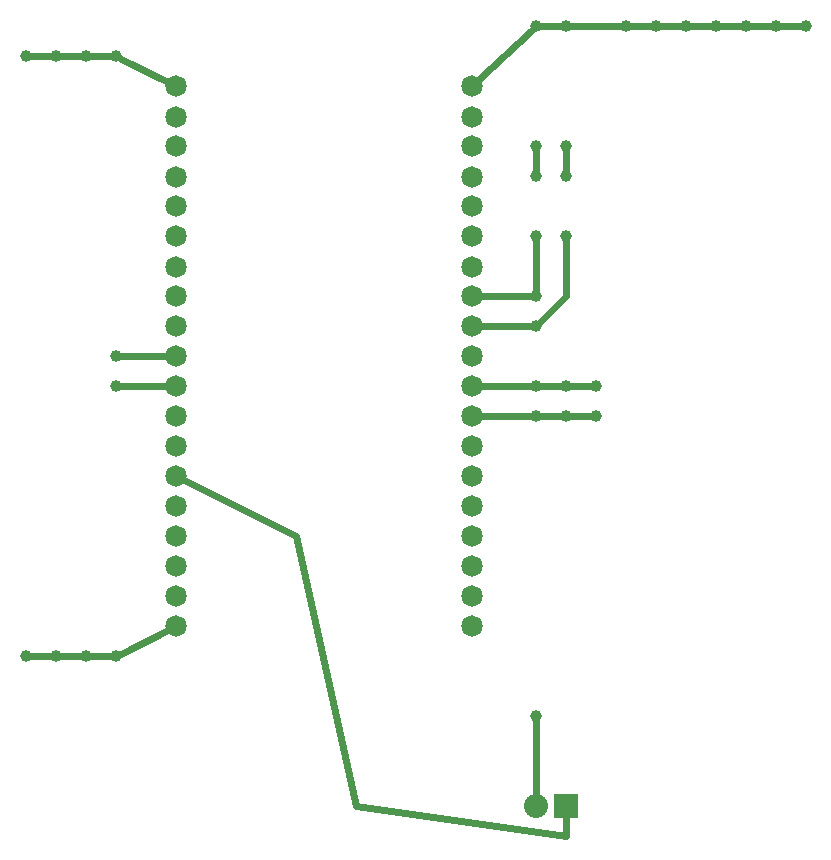
<source format=gbl>
G04 MADE WITH FRITZING*
G04 WWW.FRITZING.ORG*
G04 DOUBLE SIDED*
G04 HOLES PLATED*
G04 CONTOUR ON CENTER OF CONTOUR VECTOR*
%ASAXBY*%
%FSLAX23Y23*%
%MOIN*%
%OFA0B0*%
%SFA1.0B1.0*%
%ADD10C,0.071828*%
%ADD11C,0.080000*%
%ADD12C,0.039370*%
%ADD13R,0.080000X0.080000*%
%ADD14C,0.024000*%
%LNCOPPER0*%
G90*
G70*
G54D10*
X724Y2637D03*
X724Y2536D03*
X724Y2437D03*
X724Y2336D03*
X724Y2237D03*
X724Y2137D03*
X724Y2036D03*
X724Y1937D03*
X724Y1837D03*
X724Y1737D03*
X724Y1637D03*
X724Y1537D03*
X724Y1437D03*
X724Y1337D03*
X724Y1238D03*
X724Y1137D03*
X724Y1038D03*
X724Y938D03*
X724Y837D03*
X1710Y837D03*
X1710Y938D03*
X1710Y1038D03*
X1710Y1137D03*
X1710Y1238D03*
X1710Y1337D03*
X1710Y1437D03*
X1710Y1537D03*
X1710Y1637D03*
X1710Y1737D03*
X1710Y1837D03*
X1710Y1937D03*
X1710Y2036D03*
X1710Y2137D03*
X1710Y2237D03*
X1710Y2336D03*
X1710Y2437D03*
X1710Y2536D03*
X1710Y2637D03*
G54D11*
X2024Y238D03*
X1924Y238D03*
G54D12*
X1924Y1538D03*
X2024Y1538D03*
X2124Y1538D03*
X1924Y1638D03*
X2024Y1638D03*
X2124Y1638D03*
X1924Y1838D03*
X1924Y1938D03*
X1924Y2138D03*
X1924Y2338D03*
X1924Y2438D03*
X1924Y2838D03*
X2024Y2138D03*
X2024Y2338D03*
X2024Y2438D03*
X2024Y2838D03*
X524Y1738D03*
X524Y1638D03*
X524Y2738D03*
X424Y2738D03*
X324Y2738D03*
X524Y738D03*
X424Y738D03*
X324Y738D03*
X2224Y2838D03*
X2324Y2838D03*
X2424Y2838D03*
X2524Y2838D03*
X2624Y2838D03*
X2724Y2838D03*
X2824Y2838D03*
X224Y2738D03*
X224Y738D03*
X1924Y538D03*
G54D13*
X2024Y238D03*
G54D14*
X2024Y138D02*
X2024Y206D01*
D02*
X1324Y238D02*
X2024Y138D01*
D02*
X1124Y1138D02*
X1324Y238D01*
D02*
X751Y1323D02*
X1124Y1138D01*
D02*
X1905Y1638D02*
X1740Y1637D01*
D02*
X2005Y1638D02*
X1943Y1638D01*
D02*
X2105Y1638D02*
X2043Y1638D01*
D02*
X1905Y1538D02*
X1740Y1537D01*
D02*
X2043Y1538D02*
X2105Y1538D01*
D02*
X1943Y1538D02*
X2005Y1538D01*
D02*
X1910Y2825D02*
X1732Y2657D01*
D02*
X2005Y2838D02*
X1943Y2838D01*
D02*
X1905Y1938D02*
X1740Y1937D01*
D02*
X1905Y1838D02*
X1740Y1837D01*
D02*
X1924Y2119D02*
X1924Y1957D01*
D02*
X2024Y2119D02*
X2024Y1938D01*
D02*
X2024Y1938D02*
X1937Y1851D01*
D02*
X1924Y2419D02*
X1924Y2357D01*
D02*
X2024Y2419D02*
X2024Y2357D01*
D02*
X543Y1738D02*
X694Y1737D01*
D02*
X543Y1638D02*
X694Y1637D01*
D02*
X541Y2729D02*
X697Y2650D01*
D02*
X443Y2738D02*
X505Y2738D01*
D02*
X343Y2738D02*
X405Y2738D01*
D02*
X541Y746D02*
X697Y824D01*
D02*
X443Y738D02*
X505Y738D01*
D02*
X243Y738D02*
X405Y738D01*
D02*
X2205Y2838D02*
X2043Y2838D01*
D02*
X2305Y2838D02*
X2243Y2838D01*
D02*
X2405Y2838D02*
X2343Y2838D01*
D02*
X2505Y2838D02*
X2443Y2838D01*
D02*
X2605Y2838D02*
X2543Y2838D01*
D02*
X2705Y2838D02*
X2643Y2838D01*
D02*
X2805Y2838D02*
X2743Y2838D01*
D02*
X243Y2738D02*
X305Y2738D01*
D02*
X1924Y519D02*
X1924Y269D01*
G04 End of Copper0*
M02*
</source>
